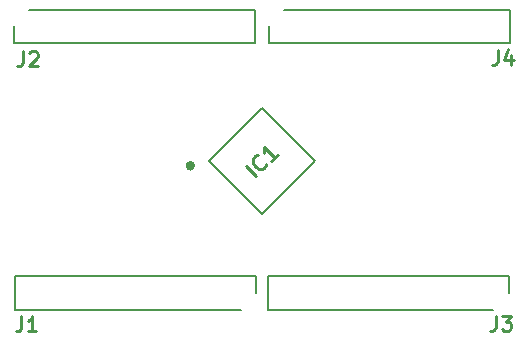
<source format=gbr>
%TF.GenerationSoftware,KiCad,Pcbnew,(6.0.4)*%
%TF.CreationDate,2022-08-04T23:26:19+09:00*%
%TF.ProjectId,ATMega328_breakout,41544d65-6761-4333-9238-5f627265616b,rev?*%
%TF.SameCoordinates,Original*%
%TF.FileFunction,Legend,Top*%
%TF.FilePolarity,Positive*%
%FSLAX46Y46*%
G04 Gerber Fmt 4.6, Leading zero omitted, Abs format (unit mm)*
G04 Created by KiCad (PCBNEW (6.0.4)) date 2022-08-04 23:26:19*
%MOMM*%
%LPD*%
G01*
G04 APERTURE LIST*
%ADD10C,0.254000*%
%ADD11C,0.200000*%
%ADD12C,0.400000*%
G04 APERTURE END LIST*
D10*
%TO.C,J1*%
X97526666Y-91254523D02*
X97526666Y-92161666D01*
X97466190Y-92343095D01*
X97345238Y-92464047D01*
X97163809Y-92524523D01*
X97042857Y-92524523D01*
X98796666Y-92524523D02*
X98070952Y-92524523D01*
X98433809Y-92524523D02*
X98433809Y-91254523D01*
X98312857Y-91435952D01*
X98191904Y-91556904D01*
X98070952Y-91617380D01*
%TO.C,IC1*%
X117429605Y-79382893D02*
X116531580Y-78484868D01*
X118284868Y-78356578D02*
X118284868Y-78442104D01*
X118199341Y-78613157D01*
X118113815Y-78698683D01*
X117942763Y-78784209D01*
X117771710Y-78784209D01*
X117643421Y-78741446D01*
X117429605Y-78613157D01*
X117301316Y-78484868D01*
X117173026Y-78271052D01*
X117130263Y-78142763D01*
X117130263Y-77971710D01*
X117215790Y-77800658D01*
X117301316Y-77715131D01*
X117472368Y-77629605D01*
X117557895Y-77629605D01*
X119225656Y-77586842D02*
X118712499Y-78099999D01*
X118969078Y-77843421D02*
X118071052Y-76945395D01*
X118113815Y-77159211D01*
X118113815Y-77330263D01*
X118071052Y-77458553D01*
%TO.C,J3*%
X137726666Y-91204523D02*
X137726666Y-92111666D01*
X137666190Y-92293095D01*
X137545238Y-92414047D01*
X137363809Y-92474523D01*
X137242857Y-92474523D01*
X138210476Y-91204523D02*
X138996666Y-91204523D01*
X138573333Y-91688333D01*
X138754761Y-91688333D01*
X138875714Y-91748809D01*
X138936190Y-91809285D01*
X138996666Y-91930238D01*
X138996666Y-92232619D01*
X138936190Y-92353571D01*
X138875714Y-92414047D01*
X138754761Y-92474523D01*
X138391904Y-92474523D01*
X138270952Y-92414047D01*
X138210476Y-92353571D01*
%TO.C,J4*%
X137876666Y-68704523D02*
X137876666Y-69611666D01*
X137816190Y-69793095D01*
X137695238Y-69914047D01*
X137513809Y-69974523D01*
X137392857Y-69974523D01*
X139025714Y-69127857D02*
X139025714Y-69974523D01*
X138723333Y-68644047D02*
X138420952Y-69551190D01*
X139207142Y-69551190D01*
%TO.C,J2*%
X97676666Y-68804523D02*
X97676666Y-69711666D01*
X97616190Y-69893095D01*
X97495238Y-70014047D01*
X97313809Y-70074523D01*
X97192857Y-70074523D01*
X98220952Y-68925476D02*
X98281428Y-68865000D01*
X98402380Y-68804523D01*
X98704761Y-68804523D01*
X98825714Y-68865000D01*
X98886190Y-68925476D01*
X98946666Y-69046428D01*
X98946666Y-69167380D01*
X98886190Y-69348809D01*
X98160476Y-70074523D01*
X98946666Y-70074523D01*
D11*
%TO.C,J1*%
X117420000Y-89300000D02*
X117420000Y-87875000D01*
X117420000Y-87875000D02*
X97000000Y-87875000D01*
X97000000Y-90725000D02*
X116100000Y-90725000D01*
X97000000Y-87875000D02*
X97000000Y-90725000D01*
%TO.C,IC1*%
X117900000Y-82554773D02*
X113445227Y-78100000D01*
X113445227Y-78100000D02*
X117900000Y-73645227D01*
X117900000Y-73645227D02*
X122354773Y-78100000D01*
X122354773Y-78100000D02*
X117900000Y-82554773D01*
D12*
X112036560Y-78506586D02*
G75*
G03*
X112036560Y-78506586I-200001J0D01*
G01*
D11*
%TO.C,J3*%
X118390000Y-90725000D02*
X137490000Y-90725000D01*
X138810000Y-89300000D02*
X138810000Y-87875000D01*
X138810000Y-87875000D02*
X118390000Y-87875000D01*
X118390000Y-87875000D02*
X118390000Y-90725000D01*
%TO.C,J4*%
X138900000Y-68125000D02*
X138900000Y-65275000D01*
X118480000Y-66700000D02*
X118480000Y-68125000D01*
X118480000Y-68125000D02*
X138900000Y-68125000D01*
X138900000Y-65275000D02*
X119800000Y-65275000D01*
%TO.C,J2*%
X117310000Y-65275000D02*
X98210000Y-65275000D01*
X96890000Y-68125000D02*
X117310000Y-68125000D01*
X117310000Y-68125000D02*
X117310000Y-65275000D01*
X96890000Y-66700000D02*
X96890000Y-68125000D01*
%TD*%
M02*

</source>
